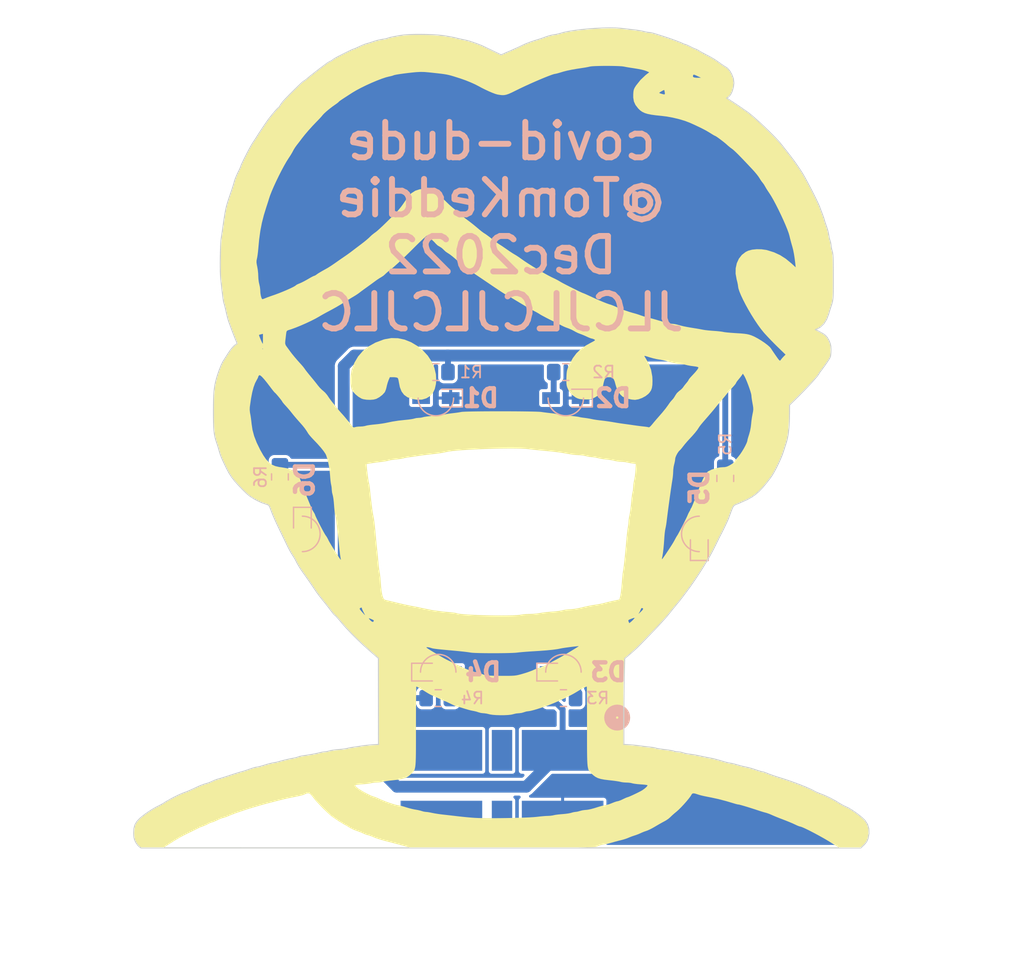
<source format=kicad_pcb>
(kicad_pcb (version 20211014) (generator pcbnew)
  (layers (0 "F.Cu" signal) (31 "B.Cu" signal) (34 "B.Paste" user) (35 "F.Paste" user) (36 "B.SilkS" user "B.Silkscreen") (37 "F.SilkS" user "F.Silkscreen") (38 "B.Mask" user) (39 "F.Mask" user) (44 "Edge.Cuts" user))
  (net 0 "")
  (net 1 "Net-(D1-Pad2)")
  (net 2 "GND")
  (net 3 "+3.3V")
  (net 8 "Net-(D2-Pad2)")
  (net 9 "Net-(D3-Pad2)")
  (net 10 "Net-(D4-Pad2)")
  (net 11 "Net-(D5-Pad2)")
  (net 12 "Net-(D6-Pad2)")
  (footprint "library:silk-invert" (layer "F.Cu") (at 100 100)
    (fp_text reference "G***" hide)
    (fp_text value "LOGO" hide)
  )
  (footprint "library:edge-invert" (layer "F.Cu") (at 100 100)
    (fp_text reference "G***" hide)
    (fp_text value "LOGO" hide)
    (fp_poly (pts (xy 8.372391 -34.530019) (xy 8.807708 -34.504251) (xy 8.966369 -34.486809) (xy 9.206942 -34.456883) (xy 9.507998 -34.42127) (xy 9.817499 -34.386078) (xy 9.928062 -34.373916) (xy 10.208969 -34.338166) (xy 10.483881 -34.29433) (xy 10.709485 -34.249649) (xy 10.785321 -34.230652) (xy 10.985842 -34.182957) (xy 11.168325 -34.1535) (xy 11.237882 -34.1489) (xy 11.378629 -34.131557) (xy 11.576654 -34.086665) (xy 11.738307 -34.039728) (xy 11.987036 -33.960309) (xy 12.268581 -33.871268) (xy 12.445434 -33.815804) (xy 12.757065 -33.715048) (xy 13.084089 -33.603342) (xy 13.401975 -33.489669) (xy 13.686194 -33.38301) (xy 13.912216 -33.292346) (xy 14.055511 -33.22666) (xy 14.057683 -33.22549) (xy 14.194932 -33.162099) (xy 14.296948 -33.13338) (xy 14.301032 -33.133236) (xy 14.384249 -33.108431) (xy 14.536404 -33.043228) (xy 14.726899 -32.950899) (xy 14.75727 -32.935333) (xy 14.946245 -32.840649) (xy 15.096472 -32.770727) (xy 15.179806 -32.738558) (xy 15.185363 -32.737778) (xy 15.253628 -32.710408) (xy 15.388208 -32.638762) (xy 15.554449 -32.541642) (xy 15.772793 -32.415817) (xy 16.03726 -32.272625) (xy 16.291502 -32.142555) (xy 16.297261 -32.139725) (xy 16.55683 -31.998987) (xy 16.843974 -31.822996) (xy 17.099064 -31.648419) (xy 17.112472 -31.638473) (xy 17.315905 -31.491188) (xy 17.506302 -31.361102) (xy 17.650201 -31.270866) (xy 17.678173 -31.255531) (xy 17.889449 -31.110294) (xy 18.07149 -30.898717) (xy 18.233029 -30.621111) (xy 18.377672 -30.249601) (xy 18.422939 -29.885688) (xy 18.383294 -29.537104) (xy 18.277638 -29.165947) (xy 18.13425 -28.879776) (xy 17.963294 -28.694051) (xy 17.820137 -28.589111) (xy 18.003721 -28.46896) (xy 18.423431 -28.19336) (xy 18.750445 -27.976618) (xy 18.983849 -27.819342) (xy 19.120712 -27.723622) (xy 19.257256 -27.62714) (xy 19.42953 -27.509569) (xy 19.488418 -27.47025) (xy 19.705296 -27.31102) (xy 19.982716 -27.083755) (xy 20.30474 -26.803614) (xy 20.65543 -26.485751) (xy 21.018848 -26.145322) (xy 21.379054 -25.797484) (xy 21.720111 -25.457393) (xy 22.02608 -25.140205) (xy 22.281023 -24.861076) (xy 22.466707 -24.638145) (xy 22.625882 -24.432745) (xy 22.807419 -24.200252) (xy 22.924855 -24.050839) (xy 23.26006 -23.619528) (xy 23.547384 -23.233621) (xy 23.814578 -22.854567) (xy 24.089395 -22.443814) (xy 24.163145 -22.330728) (xy 24.282639 -22.134413) (xy 24.436775 -21.862852) (xy 24.61533 -21.535868) (xy 24.80808 -21.173287) (xy 25.004803 -20.794934) (xy 25.195273 -20.420633) (xy 25.369267 -20.070209) (xy 25.516562 -19.763488) (xy 25.626934 -19.520293) (xy 25.680374 -19.388666) (xy 25.763593 -19.164605) (xy 25.859194 -18.912951) (xy 25.904428 -18.796) (xy 25.982019 -18.58552) (xy 26.049177 -18.383635) (xy 26.076961 -18.288) (xy 26.12274 -18.13415) (xy 26.193276 -17.92096) (xy 26.273028 -17.695333) (xy 26.352128 -17.451884) (xy 26.416752 -17.2038) (xy 26.450917 -17.018) (xy 26.488507 -16.798744) (xy 26.543186 -16.585319) (xy 26.564344 -16.522969) (xy 26.618034 -16.335577) (xy 26.644079 -16.156446) (xy 26.644543 -16.136545) (xy 26.661504 -15.984989) (xy 26.705082 -15.781489) (xy 26.743541 -15.643798) (xy 26.771009 -15.543053) (xy 26.792957 -15.428168) (xy 26.809969 -15.285953) (xy 26.822628 -15.103218) (xy 26.83152 -14.866774) (xy 26.837228 -14.563432) (xy 26.840336 -14.18) (xy 26.841429 -13.70329) (xy 26.841406 -13.433778) (xy 26.841192 -12.9251) (xy 26.840219 -12.513922) (xy 26.836976 -12.184857) (xy 26.829957 -11.92252) (xy 26.817652 -11.711522) (xy 26.798553 -11.536478) (xy 26.771151 -11.382001) (xy 26.733937 -11.232704) (xy 26.685404 -11.073202) (xy 26.624041 -10.888107) (xy 26.578531 -10.752666) (xy 26.526916 -10.589481) (xy 26.467298 -10.388943) (xy 26.450286 -10.329333) (xy 26.278214 -9.872716) (xy 26.045286 -9.501914) (xy 25.755912 -9.222949) (xy 25.548592 -9.098025) (xy 25.333718 -8.993741) (xy 25.720813 -8.790781) (xy 25.990689 -8.637728) (xy 26.183059 -8.493001) (xy 26.327145 -8.327464) (xy 26.45217 -8.111982) (xy 26.498821 -8.015111) (xy 26.582767 -7.804818) (xy 26.627606 -7.598303) (xy 26.643403 -7.343969) (xy 26.64399 -7.270897) (xy 26.636784 -7.038667) (xy 26.617285 -6.832314) (xy 26.589556 -6.69336) (xy 26.586673 -6.685255) (xy 26.527227 -6.571506) (xy 26.414347 -6.390368) (xy 26.26323 -6.1642) (xy 26.089072 -5.91536) (xy 25.90707 -5.666207) (xy 25.786447 -5.507842) (xy 25.671179 -5.346246) (xy 25.572451 -5.187151) (xy 25.57158 -5.185573) (xy 25.493975 -5.076433) (xy 25.347936 -4.900705) (xy 25.145393 -4.671266) (xy 24.898272 -4.400994) (xy 24.6185 -4.102765) (xy 24.318006 -3.789457) (xy 24.008717 -3.473948) (xy 23.717037 -3.183341) (xy 23.137193 -2.613127) (xy 23.135092 -1.998008) (xy 23.121987 -1.298831) (xy 23.08694 -0.698401) (xy 23.028635 -0.184466) (xy 22.945758 0.255222) (xy 22.860007 0.564445) (xy 22.773243 0.832388) (xy 22.688271 1.095471) (xy 22.618596 1.311851) (xy 22.595816 1.382889) (xy 22.490585 1.671638) (xy 22.345564 2.01467) (xy 22.174781 2.383462) (xy 21.992263 2.749493) (xy 21.812039 3.084239) (xy 21.648135 3.359178) (xy 21.561095 3.486783) (xy 21.195095 3.966875) (xy 20.865824 4.361384) (xy 20.557089 4.684506) (xy 20.252699 4.950434) (xy 19.936461 5.173366) (xy 19.592182 5.367495) (xy 19.217947 5.54093) (xy 18.975563 5.644611) (xy 18.754978 5.73907) (xy 18.588455 5.810486) (xy 18.531753 5.834871) (xy 18.439595 5.891382) (xy 18.361666 5.987086) (xy 18.282477 6.14629) (xy 18.201118 6.353706) (xy 18.112699 6.592036) (xy 18.029045 6.817041) (xy 17.965809 6.986632) (xy 17.957011 7.010138) (xy 17.902133 7.140078) (xy 17.809688 7.34258) (xy 17.693226 7.589495) (xy 17.566298 7.852674) (xy 17.442454 8.103967) (xy 17.335243 8.315226) (xy 17.269467 8.438445) (xy 17.222215 8.529329) (xy 17.136789 8.699469) (xy 17.024309 8.926512) (xy 16.895897 9.188103) (xy 16.86231 9.256889) (xy 16.713489 9.555098) (xy 16.558462 9.854082) (xy 16.415003 10.120233) (xy 16.300883 10.319939) (xy 16.2952 10.329334) (xy 16.144444 10.577746) (xy 15.978398 10.851899) (xy 15.856932 11.052833) (xy 15.686302 11.326831) (xy 15.472244 11.657783) (xy 15.23603 12.013909) (xy 14.998934 12.363431) (xy 14.782229 12.67457) (xy 14.634537 12.878946) (xy 14.4737 13.095825) (xy 14.288105 13.346196) (xy 14.132436 13.556279) (xy 13.957333 13.786166) (xy 13.762078 14.032823) (xy 13.604699 14.224) (xy 13.452052 14.407378) (xy 13.260557 14.642055) (xy 13.0609 14.890276) (xy 12.962418 15.014222) (xy 12.787854 15.228048) (xy 12.579034 15.470105) (xy 12.327036 15.75011) (xy 12.022936 16.077783) (xy 11.657811 16.462841) (xy 11.222739 16.915001) (xy 11.116035 17.025185) (xy 10.934568 17.212555) (xy 10.718022 17.436394) (xy 10.509788 17.651846) (xy 10.486957 17.675485) (xy 10.287142 17.873182) (xy 10.039362 18.105063) (xy 9.783525 18.3342) (xy 9.661701 18.439041) (xy 9.182671 18.844083) (xy 9.145363 20.160597) (xy 9.136796 20.524971) (xy 9.128914 20.979652) (xy 9.121951 21.502058) (xy 9.116138 22.069608) (xy 9.111708 22.65972) (xy 9.108893 23.249814) (xy 9.107925 23.800378) (xy 9.107795 26.123644) (xy 9.602784 26.157004) (xy 9.894121 26.181137) (xy 10.203163 26.213826) (xy 10.468203 26.248467) (xy 10.493764 26.252385) (xy 10.767356 26.29116) (xy 11.078755 26.329341) (xy 11.31583 26.354261) (xy 11.531566 26.379229) (xy 11.707122 26.408289) (xy 11.808418 26.435659) (xy 11.814432 26.438839) (xy 11.896567 26.462521) (xy 12.066338 26.493814) (xy 12.298853 26.528622) (xy 12.565414 26.562407) (xy 12.839626 26.597838) (xy 13.079709 26.635432) (xy 13.259193 26.670616) (xy 13.350064 26.69796) (xy 13.474413 26.734692) (xy 13.647786 26.753867) (xy 13.688075 26.754667) (xy 13.891051 26.774532) (xy 14.082905 26.823169) (xy 14.103671 26.831284) (xy 14.264235 26.880669) (xy 14.479789 26.925438) (xy 14.625128 26.946375) (xy 14.81373 26.969933) (xy 15.004105 26.999023) (xy 15.222628 27.03844) (xy 15.495673 27.092976) (xy 15.849615 27.167424) (xy 15.896213 27.177375) (xy 16.122876 27.224444) (xy 16.335832 27.266365) (xy 16.461915 27.289342) (xy 16.618332 27.32036) (xy 16.819557 27.369443) (xy 17.083727 27.441421) (xy 17.428982 27.541125) (xy 17.621603 27.598098) (xy 17.833371 27.656673) (xy 18.014668 27.699021) (xy 18.127712 27.716364) (xy 18.130735 27.716417) (xy 18.234538 27.732424) (xy 18.413824 27.774639) (xy 18.636218 27.835175) (xy 18.724721 27.861167) (xy 18.984666 27.934704) (xy 19.242668 28.00037) (xy 19.451419 28.046282) (xy 19.488418 28.052956) (xy 19.674454 28.094472) (xy 19.921682 28.16325) (xy 20.185479 28.246589) (xy 20.266152 28.274276) (xy 20.49415 28.351022) (xy 20.688476 28.410428) (xy 20.819803 28.443791) (xy 20.851589 28.448) (xy 20.96409 28.470033) (xy 21.112652 28.5234) (xy 21.120403 28.526789) (xy 21.407107 28.64277) (xy 21.770133 28.773033) (xy 22.175741 28.90571) (xy 22.345211 28.957658) (xy 22.777623 29.094025) (xy 23.233663 29.249249) (xy 23.692793 29.415373) (xy 24.134472 29.584437) (xy 24.538159 29.748483) (xy 24.883316 29.899552) (xy 25.149402 30.029684) (xy 25.234102 30.077049) (xy 25.407783 30.165878) (xy 25.625893 30.259065) (xy 25.743233 30.302474) (xy 26.155229 30.464931) (xy 26.60123 30.675375) (xy 27.029448 30.9082) (xy 27.27304 31.058957) (xy 27.494446 31.195034) (xy 27.720906 31.318525) (xy 27.904751 31.403501) (xy 27.910475 31.405705) (xy 28.135914 31.513908) (xy 28.414222 31.680533) (xy 28.717125 31.885327) (xy 29.016353 32.108039) (xy 29.283635 32.328415) (xy 29.490699 32.526203) (xy 29.520412 32.559001) (xy 29.732035 32.883105) (xy 29.846248 33.2565) (xy 29.861135 33.66793) (xy 29.780728 34.086456) (xy 29.67265 34.340353) (xy 29.496419 34.56788) (xy 29.431187 34.632923) (xy 29.169959 34.882667) (xy -1.297092 34.880879) (xy -31.764143 34.87909) (xy -31.92199 34.761625) (xy -32.038282 34.643047) (xy -32.162286 34.468871) (xy -32.224921 34.358488) (xy -32.304849 34.176882) (xy -32.350612 33.996231) (xy -32.371189 33.772061) (xy -32.375013 33.615013) (xy -32.352792 33.236941) (xy -32.268148 32.928063) (xy -32.108011 32.655989) (xy -31.892674 32.419769) (xy -31.664848 32.223615) (xy -31.372817 32.003084) (xy -31.051041 31.781594) (xy -30.733977 31.582566) (xy -30.456083 31.429421) (xy -30.387931 31.397022) (xy -30.155273 31.280262) (xy -29.901575 31.135934) (xy -29.755902 31.044081) (xy -29.543448 30.913056) (xy -29.271328 30.760745) (xy -28.968258 30.601616) (xy -28.662952 30.450139) (xy -28.384128 30.320782) (xy -28.1605 30.228014) (xy -28.083629 30.201475) (xy -27.910044 30.139239) (xy -27.690162 30.048712) (xy -27.521381 29.972628) (xy -27.15687 29.802173) (xy -26.873287 29.674136) (xy -26.650493 29.580202) (xy -26.468345 29.512053) (xy -26.306702 29.461375) (xy -26.238168 29.442802) (xy -26.018315 29.373258) (xy -25.805235 29.286423) (xy -25.724133 29.245506) (xy -25.530847 29.156282) (xy -25.307448 29.078741) (xy -25.243942 29.061734) (xy -25.09023 29.019511) (xy -24.858428 28.949706) (xy -24.577492 28.861295) (xy -24.276375 28.763253) (xy -24.212027 28.74186) (xy -23.918483 28.645436) (xy -23.646853 28.559024) (xy -23.423259 28.490742) (xy -23.273823 28.448703) (xy -23.250334 28.443072) (xy -23.105105 28.403034) (xy -22.89322 28.335207) (xy -22.65366 28.252239) (xy -22.581535 28.226034) (xy -22.352491 28.14726) (xy -22.149707 28.087237) (xy -22.006629 28.05553) (xy -21.976011 28.052889) (xy -21.864235 28.035882) (xy -21.677386 27.990313) (xy -21.447375 27.924356) (xy -21.327404 27.886692) (xy -21.066375 27.807699) (xy -20.811623 27.739789) (xy -20.605227 27.693875) (xy -20.546959 27.684292) (xy -20.324879 27.644283) (xy -20.103489 27.589738) (xy -20.054121 27.574696) (xy -19.836467 27.511869) (xy -19.551293 27.440009) (xy -19.242556 27.369363) (xy -18.954214 27.310184) (xy -18.809577 27.284491) (xy -18.634796 27.246671) (xy -18.493157 27.20031) (xy -18.47429 27.191463) (xy -18.358055 27.152046) (xy -18.177593 27.111774) (xy -18.050014 27.090747) (xy -17.511126 27.009164) (xy -17.066573 26.929611) (xy -16.724636 26.853606) (xy -16.654939 26.834998) (xy -16.454057 26.787617) (xy -16.270131 26.758334) (xy -16.202378 26.753845) (xy -16.039618 26.73457) (xy -15.848081 26.688039) (xy -15.811359 26.67623) (xy -15.65327 26.638072) (xy -15.42174 26.600946) (xy -15.156364 26.570738) (xy -15.03603 26.560941) (xy -14.774844 26.53802) (xy -14.53589 26.508925) (xy -14.355727 26.478443) (xy -14.300618 26.464647) (xy -14.138999 26.424903) (xy -13.922605 26.384472) (xy -13.774833 26.362469) (xy -13.529939 26.328449) (xy -13.244951 26.286009) (xy -13.039421 26.25364) (xy -12.78365 26.218096) (xy -12.476573 26.184163) (xy -12.179911 26.158575) (xy -12.148441 26.156418) (xy -11.653452 26.123644) (xy -11.659586 18.824222) (xy -12.342565 18.231556) (xy -12.90099 17.732931) (xy -13.441907 17.223023) (xy -13.946959 16.720168) (xy -14.397793 16.2427) (xy -14.776054 15.808957) (xy -14.814559 15.762111) (xy -14.993013 15.547649) (xy -15.148084 15.369151) (xy -15.265088 15.242954) (xy -15.329338 15.185395) (xy -15.334668 15.183556) (xy -15.387421 15.141062) (xy -15.488245 15.027313) (xy -15.619441 14.862907) (xy -15.686309 14.774334) (xy -15.856781 14.548403) (xy -16.03436 14.319141) (xy -16.185841 14.129301) (xy -16.21181 14.097743) (xy -16.578848 13.642513) (xy -16.862884 13.261604) (xy -16.957761 13.123334) (xy -17.183847 12.786929) (xy -17.429531 12.427513) (xy -17.672199 12.07778) (xy -17.889235 11.770421) (xy -17.997277 11.62059) (xy -18.306284 11.170154) (xy -18.546546 10.762408) (xy -18.64529 10.562951) (xy -18.726082 10.410236) (xy -18.843264 10.216991) (xy -18.93182 10.083174) (xy -19.040491 9.908992) (xy -19.175702 9.667763) (xy -19.317809 9.395494) (xy -19.413373 9.200445) (xy -19.556164 8.901435) (xy -19.725752 8.549224) (xy -19.898931 8.191876) (xy -20.026503 7.930445) (xy -20.338019 7.274614) (xy -20.592166 6.694471) (xy -20.793591 6.180667) (xy -20.868662 5.992663) (xy -20.942456 5.880714) (xy -21.047559 5.813161) (xy -21.216561 5.758344) (xy -21.233002 5.753786) (xy -21.526664 5.650387) (xy -21.864448 5.496897) (xy -22.203384 5.315282) (xy -22.500501 5.127512) (xy -22.596753 5.056585) (xy -22.858818 4.831855) (xy -23.168386 4.53208) (xy -23.508132 4.174735) (xy -23.833677 3.808746) (xy -24.09081 3.481551) (xy -24.317807 3.123973) (xy -24.533033 2.711112) (xy -24.704696 2.353376) (xy -24.834793 2.076079) (xy -24.931951 1.858487) (xy -25.004794 1.679866) (xy -25.061948 1.519481) (xy -25.112039 1.3566) (xy -25.144289 1.241778) (xy -25.218095 0.98839) (xy -25.302078 0.722284) (xy -25.35578 0.564445) (xy -25.43593 0.321032) (xy -25.499127 0.079326) (xy -25.547193 -0.178194) (xy -25.581954 -0.469052) (xy -25.605234 -0.810768) (xy -25.618856 -1.220865) (xy -25.624646 -1.716864) (xy -25.62516 -2.022854) (xy -25.62219 -2.582485) (xy -25.613375 -3.047562) (xy -25.597435 -3.436326) (xy -25.57309 -3.76702) (xy -25.53906 -4.057885) (xy -25.494066 -4.327164) (xy -25.448293 -4.543778) (xy -25.358038 -4.889081) (xy -25.242534 -5.258737) (xy -25.112627 -5.62337) (xy -24.979162 -5.953607) (xy -24.852987 -6.220074) (xy -24.787271 -6.334058) (xy -24.646799 -6.554289) (xy -24.50125 -6.785251) (xy -24.413208 -6.926725) (xy -24.217237 -7.220495) (xy -24.023542 -7.467606) (xy -23.848876 -7.648159) (xy -23.737356 -7.729591) (xy -23.647186 -7.788076) (xy -23.630178 -7.854695) (xy -23.675463 -7.975057) (xy -23.677676 -7.979987) (xy -23.733306 -8.112593) (xy -23.817916 -8.324733) (xy -23.921386 -8.590011) (xy -24.033593 -8.882027) (xy -24.144417 -9.174385) (xy -24.243737 -9.440685) (xy -24.321432 -9.654531) (xy -24.340376 -9.708444) (xy -24.391229 -9.876223) (xy -24.454447 -10.115261) (xy -24.519876 -10.386187) (xy -24.551465 -10.526889) (xy -24.609329 -10.781111) (xy -24.665154 -11.006793) (xy -24.710944 -11.172507) (xy -24.730521 -11.230693) (xy -24.753956 -11.311674) (xy -24.780868 -11.450796) (xy -24.81245 -11.657062) (xy -24.849893 -11.939477) (xy -24.89439 -12.307044) (xy -24.947133 -12.768765) (xy -25.009314 -13.333646) (xy -25.010994 -13.349111) (xy -25.02913 -13.593424) (xy -25.040964 -13.917727) (xy -25.046858 -14.300592) (xy -25.047174 -14.720591) (xy -25.042275 -15.156298) (xy -25.032523 -15.586285) (xy -25.018282 -15.989125) (xy -24.999914 -16.343391) (xy -24.977781 -16.627656) (xy -24.952255 -16.820444) (xy -24.919164 -17.010203) (xy -24.878378 -17.271681) (xy -24.836026 -17.564554) (xy -24.810677 -17.751778) (xy -24.766341 -18.071246) (xy -24.715114 -18.412199) (xy -24.665104 -18.721633) (xy -24.64228 -18.852444) (xy -24.600327 -19.075327) (xy -24.557928 -19.275267) (xy -24.509233 -19.47238) (xy -24.44839 -19.686784) (xy -24.36955 -19.938596) (xy -24.26686 -20.247934) (xy -24.13447 -20.634913) (xy -24.067715 -20.828) (xy -23.984903 -21.07796) (xy -23.907318 -21.330506) (xy -23.85142 -21.532) (xy -23.850381 -21.536169) (xy -23.791646 -21.71949) (xy -23.696818 -21.959556) (xy -23.583197 -22.213583) (xy -23.543291 -22.295668) (xy -23.440405 -22.506631) (xy -23.360166 -22.679471) (xy -23.313847 -22.789477) (xy -23.306905 -22.81388) (xy -23.281373 -22.895139) (xy -23.211426 -23.05585) (xy -23.107038 -23.276478) (xy -22.978182 -23.537486) (xy -22.834834 -23.819337) (xy -22.686965 -24.102496) (xy -22.544551 -24.367425) (xy -22.417565 -24.594588) (xy -22.31598 -24.764449) (xy -22.293314 -24.799279) (xy -22.155418 -25.007014) (xy -22.028077 -25.202031) (xy -21.935619 -25.347013) (xy -21.925291 -25.363723) (xy -21.811761 -25.54345) (xy -21.659455 -25.777251) (xy -21.485883 -26.039041) (xy -21.308552 -26.30273) (xy -21.144971 -26.542231) (xy -21.01265 -26.731454) (xy -20.947163 -26.821131) (xy -20.773883 -27.04378) (xy -20.595026 -27.264271) (xy -20.425833 -27.464887) (xy -20.281545 -27.627915) (xy -20.177404 -27.735636) (xy -20.130277 -27.770666) (xy -20.076185 -27.815614) (xy -20.005485 -27.924863) (xy -19.999989 -27.935295) (xy -19.916054 -28.067168) (xy -19.78674 -28.23882) (xy -19.674881 -28.37274) (xy -19.538746 -28.521477) (xy -19.356897 -28.711443) (xy -19.143724 -28.92854) (xy -18.913621 -29.158671) (xy -18.680976 -29.387738) (xy -18.460183 -29.601645) (xy -18.265631 -29.786293) (xy -18.111712 -29.927587) (xy -18.012817 -30.011428) (xy -17.984652 -30.028444) (xy -17.920037 -30.062879) (xy -17.798616 -30.1528) (xy -17.658945 -30.268333) (xy -17.464552 -30.430137) (xy -17.199842 -30.641562) (xy -16.886151 -30.886041) (xy -16.544813 -31.147008) (xy -16.197164 -31.407895) (xy -16.074387 -31.498743) (xy -15.909509 -31.612881) (xy -15.774279 -31.693296) (xy -15.701306 -31.721778) (xy -15.613431 -31.760271) (xy -15.52907 -31.834047) (xy -15.447898 -31.892903) (xy -15.285605 -31.988444) (xy -15.063669 -32.109775) (xy -14.803569 -32.245999) (xy -14.526782 -32.386221) (xy -14.254788 -32.519546) (xy -14.009066 -32.635076) (xy -13.811092 -32.721918) (xy -13.689978 -32.766993) (xy -13.563785 -32.814695) (xy -13.381888 -32.895258) (xy -13.227199 -32.969752) (xy -13.015636 -33.066962) (xy -12.807246 -33.148911) (xy -12.689782 -33.186043) (xy -12.527923 -33.232357) (xy -12.305717 -33.301913) (xy -12.069442 -33.380195) (xy -12.054377 -33.38535) (xy -11.798988 -33.462872) (xy -11.534054 -33.527351) (xy -11.318965 -33.564536) (xy -11.12489 -33.593041) (xy -10.966619 -33.628184) (xy -10.904707 -33.65017) (xy -10.803705 -33.688789) (xy -10.635874 -33.733004) (xy -10.388729 -33.785557) (xy -10.049783 -33.84919) (xy -9.786637 -33.895655) (xy -9.458473 -33.937057) (xy -9.043429 -33.965502) (xy -8.566993 -33.981203) (xy -8.054654 -33.98437) (xy -7.531901 -33.975216) (xy -7.024221 -33.953953) (xy -6.557102 -33.920792) (xy -6.156034 -33.875946) (xy -6.081292 -33.864861) (xy -5.775498 -33.814328) (xy -5.482561 -33.761116) (xy -5.235222 -33.711467) (xy -5.066221 -33.671622) (xy -5.063029 -33.670735) (xy -4.830766 -33.611808) (xy -4.571651 -33.554616) (xy -4.469043 -33.534652) (xy -4.230173 -33.484211) (xy -3.977291 -33.415362) (xy -3.678006 -33.31858) (xy -3.39421 -33.218543) (xy -3.224659 -33.156271) (xy -3.071905 -33.096671) (xy -2.914007 -33.030018) (xy -2.729024 -32.946589) (xy -2.495015 -32.836659) (xy -2.190037 -32.690504) (xy -2.045695 -32.620896) (xy -1.277365 -32.250014) (xy -0.524013 -32.576273) (xy -0.241243 -32.699935) (xy 0.015974 -32.814627) (xy 0.224018 -32.909659) (xy 0.359271 -32.974342) (xy 0.383377 -32.986917) (xy 0.608723 -33.096695) (xy 0.902214 -33.22079) (xy 1.222981 -33.343301) (xy 1.530158 -33.448328) (xy 1.697104 -33.498032) (xy 1.950261 -33.574417) (xy 2.238606 -33.671746) (xy 2.460801 -33.754046) (xy 2.709497 -33.839434) (xy 2.969272 -33.909571) (xy 3.167928 -33.946827) (xy 3.395296 -33.983818) (xy 3.618279 -34.035073) (xy 3.705345 -34.06118) (xy 4.044802 -34.155685) (xy 4.47681 -34.243452) (xy 4.980893 -34.322825) (xy 5.536578 -34.392147) (xy 6.123388 -34.449762) (xy 6.72085 -34.494013) (xy 7.308487 -34.523244) (xy 7.865826 -34.535798)) (layer "Edge.Cuts") (width 0.1) (fill none))
  )
  (footprint "library:mask" (layer "F.Cu") (at 100 100)
    (fp_text reference "G***" hide)
    (fp_text value "LOGO" hide)
  )
  (footprint "tom-opto:ALIEXPRESS_LED_SIDE_1204" (layer "B.Cu") (at 81.9 108.3)
    (fp_text reference "D6" (at 0.2 -4.6 90) (layer "B.SilkS") (effects (font (size 1.5 1.5) (thickness 0.375)) (justify mirror)))
    (fp_text value "LED")
    (pad "1" smd rect locked (at 0 -1.25) (size 1 1.5) (layers "B.Cu" "B.Paste" "B.Mask") (net 2 "GND"))
    (pad "2" smd rect locked (at 0 1.25) (size 1 1.5) (layers "B.Cu" "B.Paste" "B.Mask") (net 12 "Net-(D6-Pad2)"))
  )
  (footprint "library:mask-flipped" (layer "B.Cu") (at 100 100 180)
    (fp_text reference "G***" hide)
    (fp_text value "LOGO" hide)
  )
  (footprint "tom-opto:ALIEXPRESS_LED_SIDE_1204" (layer "B.Cu") (at 104.2 96.8 -90)
    (fp_text reference "D2" (at 0 -4) (layer "B.SilkS") (effects (font (size 1.5 1.5) (thickness 0.375)) (justify mirror)))
    (fp_text value "LED")
    (pad "1" smd rect locked (at 0 -1.25 270) (size 1 1.5) (layers "B.Cu" "B.Paste" "B.Mask") (net 2 "GND"))
    (pad "2" smd rect locked (at 0 1.25 270) (size 1 1.5) (layers "B.Cu" "B.Paste" "B.Mask") (net 8 "Net-(D2-Pad2)"))
  )
  (footprint "tom-passives:C_0805_2012Metric_Pad1.15x1.40mm_HandSolder" (layer "B.Cu") (at 80 103.475 -90)
    (fp_text reference "R6" (at 0 1.65 90) (layer "B.SilkS") (effects (justify mirror)))
    (fp_text value "680R")
    (pad "1" smd roundrect locked (at -1.025 0 270) (size 1.15 1.4) (layers "B.Cu" "B.Paste" "B.Mask") (roundrect_rratio 0.2173913043) (net 3 "+3.3V"))
    (pad "2" smd roundrect locked (at 1.025 0 270) (size 1.15 1.4) (layers "B.Cu" "B.Paste" "B.Mask") (roundrect_rratio 0.2173913043) (net 12 "Net-(D6-Pad2)"))
  )
  (footprint "tom-opto:ALIEXPRESS_LED_SIDE_1204" (layer "B.Cu") (at 115.5 108.3 180)
    (fp_text reference "D5" (at 0 3.9 90) (layer "B.SilkS") (effects (font (size 1.5 1.5) (thickness 0.375)) (justify mirror)))
    (fp_text value "LED")
    (pad "1" smd rect locked (at 0 -1.25 180) (size 1 1.5) (layers "B.Cu" "B.Paste" "B.Mask") (net 2 "GND"))
    (pad "2" smd rect locked (at 0 1.25 180) (size 1 1.5) (layers "B.Cu" "B.Paste" "B.Mask") (net 11 "Net-(D5-Pad2)"))
  )
  (footprint "tom-connectors:Badgelife-SAOv169-SAO-2x3-SMD-BIGPADS" (layer "B.Cu") (at 98.8 129.6 180)
    (fp_text reference "X1" hide)
    (fp_text value "Badgelife_sao_connector_v169bis")
    (pad "1" smd rect locked (at -5.1308 2.9772 270) (size 3.4544 6.9088) (layers "B.Cu" "B.Paste" "B.Mask") (net 3 "+3.3V"))
    (pad "2" smd rect locked (at -5.1308 -3.0172 270) (size 3.4544 6.9088) (layers "B.Cu" "B.Paste" "B.Mask") (net 2 "GND"))
    (pad "3" smd rect locked (at 0 2.9772 270) (size 3.4544 1.7272) (layers "B.Cu" "B.Paste" "B.Mask"))
    (pad "4" smd rect locked (at 0 -3.0172 270) (size 3.4544 1.7272) (layers "B.Cu" "B.Paste" "B.Mask"))
    (pad "5" smd rect locked (at 5.1308 2.9772 270) (size 3.4544 6.9088) (layers "B.Cu" "B.Paste" "B.Mask"))
    (pad "6" smd rect locked (at 5.1308 -3.0172 270) (size 3.4544 6.9088) (layers "B.Cu" "B.Paste" "B.Mask"))
  )
  (footprint "tom-passives:C_0805_2012Metric_Pad1.15x1.40mm_HandSolder" (layer "B.Cu") (at 104 122.2)
    (fp_text reference "R3" (at 2.9 0) (layer "B.SilkS") (effects (justify mirror)))
    (fp_text value "680R")
    (pad "1" smd roundrect locked (at -1.025 0) (size 1.15 1.4) (layers "B.Cu" "B.Paste" "B.Mask") (roundrect_rratio 0.2173913043) (net 3 "+3.3V"))
    (pad "2" smd roundrect locked (at 1.025 0) (size 1.15 1.4) (layers "B.Cu" "B.Paste" "B.Mask") (roundrect_rratio 0.2173913043) (net 9 "Net-(D3-Pad2)"))
  )
  (footprint "tom-opto:ALIEXPRESS_LED_SIDE_1204" (layer "B.Cu") (at 93.4 120 90)
    (fp_text reference "D4" (at 0 3.8) (layer "B.SilkS") (effects (font (size 1.5 1.5) (thickness 0.375)) (justify mirror)))
    (fp_text value "LED")
    (pad "1" smd rect locked (at 0 -1.25 90) (size 1 1.5) (layers "B.Cu" "B.Paste" "B.Mask") (net 2 "GND"))
    (pad "2" smd rect locked (at 0 1.25 90) (size 1 1.5) (layers "B.Cu" "B.Paste" "B.Mask") (net 10 "Net-(D4-Pad2)"))
  )
  (footprint "tom-opto:ALIEXPRESS_LED_SIDE_1204" (layer "B.Cu") (at 93.2 96.8 -90)
    (fp_text reference "D1" (at 0 -3.8) (layer "B.SilkS") (effects (font (size 1.5 1.5) (thickness 0.375)) (justify mirror)))
    (fp_text value "LED")
    (pad "1" smd rect locked (at 0 -1.25 270) (size 1 1.5) (layers "B.Cu" "B.Paste" "B.Mask") (net 2 "GND"))
    (pad "2" smd rect locked (at 0 1.25 270) (size 1 1.5) (layers "B.Cu" "B.Paste" "B.Mask") (net 1 "Net-(D1-Pad2)"))
  )
  (footprint "tom-passives:C_0805_2012Metric_Pad1.15x1.40mm_HandSolder" (layer "B.Cu") (at 93.2 94.6 180)
    (fp_text reference "R1" (at -3 0) (layer "B.SilkS") (effects (justify mirror)))
    (fp_text value "680R")
    (pad "1" smd roundrect locked (at -1.025 0 180) (size 1.15 1.4) (layers "B.Cu" "B.Paste" "B.Mask") (roundrect_rratio 0.2173913043) (net 3 "+3.3V"))
    (pad "2" smd roundrect locked (at 1.025 0 180) (size 1.15 1.4) (layers "B.Cu" "B.Paste" "B.Mask") (roundrect_rratio 0.2173913043) (net 1 "Net-(D1-Pad2)"))
  )
  (footprint "tom-passives:C_0805_2012Metric_Pad1.15x1.40mm_HandSolder" (layer "B.Cu") (at 117.7 103.6 -90)
    (fp_text reference "R5" (at -2.9 0 90) (layer "B.SilkS") (effects (justify mirror)))
    (fp_text value "680R")
    (pad "1" smd roundrect locked (at -1.025 0 270) (size 1.15 1.4) (layers "B.Cu" "B.Paste" "B.Mask") (roundrect_rratio 0.2173913043) (net 3 "+3.3V"))
    (pad "2" smd roundrect locked (at 1.025 0 270) (size 1.15 1.4) (layers "B.Cu" "B.Paste" "B.Mask") (roundrect_rratio 0.2173913043) (net 11 "Net-(D5-Pad2)"))
  )
  (footprint "tom-passives:C_0805_2012Metric_Pad1.15x1.40mm_HandSolder" (layer "B.Cu") (at 93.4 122.2)
    (fp_text reference "R4" (at 2.9 0) (layer "B.SilkS") (effects (justify mirror)))
    (fp_text value "680R")
    (pad "1" smd roundrect locked (at -1.025 0) (size 1.15 1.4) (layers "B.Cu" "B.Paste" "B.Mask") (roundrect_rratio 0.2173913043) (net 3 "+3.3V"))
    (pad "2" smd roundrect locked (at 1.025 0) (size 1.15 1.4) (layers "B.Cu" "B.Paste" "B.Mask") (roundrect_rratio 0.2173913043) (net 10 "Net-(D4-Pad2)"))
  )
  (footprint "tom-passives:C_0805_2012Metric_Pad1.15x1.40mm_HandSolder" (layer "B.Cu") (at 104.2 94.6 180)
    (fp_text reference "R2" (at -3.2 0) (layer "B.SilkS") (effects (justify mirror)))
    (fp_text value "680R")
    (pad "1" smd roundrect locked (at -1.025 0 180) (size 1.15 1.4) (layers "B.Cu" "B.Paste" "B.Mask") (roundrect_rratio 0.2173913043) (net 3 "+3.3V"))
    (pad "2" smd roundrect locked (at 1.025 0 180) (size 1.15 1.4) (layers "B.Cu" "B.Paste" "B.Mask") (roundrect_rratio 0.2173913043) (net 8 "Net-(D2-Pad2)"))
  )
  (footprint "tom-opto:ALIEXPRESS_LED_SIDE_1204" (layer "B.Cu") (at 104 120 90)
    (fp_text reference "D3" (at 0 3.8) (layer "B.SilkS") (effects (font (size 1.5 1.5) (thickness 0.375)) (justify mirror)))
    (fp_text value "LED")
    (pad "1" smd rect locked (at 0 -1.25 90) (size 1 1.5) (layers "B.Cu" "B.Paste" "B.Mask") (net 2 "GND"))
    (pad "2" smd rect locked (at 0 1.25 90) (size 1 1.5) (layers "B.Cu" "B.Paste" "B.Mask") (net 9 "Net-(D3-Pad2)"))
  )
  (gr_text "covid-dude\n@TomKeddie\nDec2022\nJLCJLCJLCJLC" (at 98.7 82.3) (layer "B.SilkS") (effects (font (size 3 3) (thickness 0.5)) (justify mirror)))
  (segment (start 91.95 94.825) (end 92.175 94.6) (width 0.5) (layer "B.Cu") (net 1))
  (segment (start 91.95 96.8) (end 91.95 94.825) (width 0.5) (layer "B.Cu") (net 1))
  (segment (start 80 102.45) (end 85.35 102.45) (width 0.5) (layer "B.Cu") (net 3))
  (segment (start 89.9 129.7) (end 89.1 128.9) (width 1) (layer "B.Cu") (net 3))
  (segment (start 105.25 94.575) (end 105.25 93.45) (width 0.5) (layer "B.Cu") (net 3))
  (segment (start 89.1 128.9) (end 89.1 122.3) (width 1) (layer "B.Cu") (net 3))
  (segment (start 86.3 93.2) (end 94.2 93.2) (width 1) (layer "B.Cu") (net 3))
  (segment (start 116.45 93.45) (end 117.7 94.7) (width 0.5) (layer "B.Cu") (net 3))
  (segment (start 103.9308 123.1558) (end 102.975 122.2) (width 0.5) (layer "B.Cu") (net 3))
  (segment (start 89.1 122.3) (end 89.1 118.5) (width 1) (layer "B.Cu") (net 3))
  (segment (start 89.2 122.2) (end 89.1 122.3) (width 0.5) (layer "B.Cu") (net 3))
  (segment (start 100.8536 129.7) (end 89.9 129.7) (width 1) (layer "B.Cu") (net 3))
  (segment (start 105.25 93.45) (end 116.45 93.45) (width 0.5) (layer "B.Cu") (net 3))
  (segment (start 105.225 94.6) (end 105.25 94.575) (width 0.5) (layer "B.Cu") (net 3))
  (segment (start 85.4 102.4) (end 85.4 94.1) (width 1) (layer "B.Cu") (net 3))
  (segment (start 89.1 118.5) (end 85.4 114.8) (width 1) (layer "B.Cu") (net 3))
  (segment (start 116.2 93.2) (end 117.7 94.7) (width 1) (layer "B.Cu") (net 3))
  (segment (start 94.225 93.225) (end 94.2 93.2) (width 0.5) (layer "B.Cu") (net 3))
  (segment (start 94.2 93.2) (end 116.2 93.2) (width 1) (layer "B.Cu") (net 3))
  (segment (start 94.225 94.6) (end 94.225 93.225) (width 0.5) (layer "B.Cu") (net 3))
  (segment (start 85.35 102.45) (end 85.4 102.4) (width 0.5) (layer "B.Cu") (net 3))
  (segment (start 85.4 94.1) (end 86.3 93.2) (width 1) (layer "B.Cu") (net 3))
  (segment (start 94.45 93.45) (end 105.25 93.45) (width 0.5) (layer "B.Cu") (net 3))
  (segment (start 85.4 114.8) (end 85.4 102.4) (width 1) (layer "B.Cu") (net 3))
  (segment (start 117.7 94.7) (end 117.7 102.575) (width 0.5) (layer "B.Cu") (net 3))
  (segment (start 103.9308 126.6228) (end 103.9308 123.1558) (width 0.5) (layer "B.Cu") (net 3))
  (segment (start 103.9308 126.6228) (end 100.8536 129.7) (width 1) (layer "B.Cu") (net 3))
  (segment (start 92.375 122.2) (end 89.2 122.2) (width 0.5) (layer "B.Cu") (net 3))
  (segment (start 103.175 94.6) (end 103.175 96.575) (width 0.5) (layer "B.Cu") (net 8))
  (segment (start 103.175 96.575) (end 102.95 96.8) (width 0.5) (layer "B.Cu") (net 8))
  (segment (start 105.25 121.975) (end 105.025 122.2) (width 0.5) (layer "B.Cu") (net 9))
  (segment (start 105.25 120) (end 105.25 121.975) (width 0.5) (layer "B.Cu") (net 9))
  (segment (start 94.65 121.975) (end 94.425 122.2) (width 0.5) (layer "B.Cu") (net 10))
  (segment (start 94.65 120) (end 94.65 121.975) (width 0.5) (layer "B.Cu") (net 10))
  (segment (start 115.5 107.05) (end 115.5 106.825) (width 0.5) (layer "B.Cu") (net 11))
  (segment (start 115.5 106.825) (end 117.7 104.625) (width 0.5) (layer "B.Cu") (net 11))
  (segment (start 80 106.6) (end 80.8 107.4) (width 0.5) (layer "B.Cu") (net 12))
  (segment (start 80 104.5) (end 80 106.6) (width 0.5) (layer "B.Cu") (net 12))
  (segment (start 80.8 108.45) (end 81.9 109.55) (width 0.5) (layer "B.Cu") (net 12))
  (segment (start 80.8 107.4) (end 80.8 108.45) (width 0.5) (layer "B.Cu") (net 12))
  (zone (net 0) (net_name "") (layer "B.Cu") (connect_pads (clearance 0)) (min_thickness 0.254)
    (keepout (tracks not_allowed) (vias not_allowed) (pads not_allowed) (copperpour not_allowed) (footprints not_allowed))
    (fill (thermal_gap 0.508) (thermal_bridge_width 0.508))
    (polygon (pts (xy 110.2 115.4) (xy 87.2 115.4) (xy 87.2 100.8) (xy 110.2 100.8)))
  )
  (zone (net 2) (net_name "GND") (layer "B.Cu") (connect_pads (clearance 0.254)) (min_thickness 0.254) (fill yes (thermal_gap 0.254) (thermal_bridge_width 0.254))
    (polygon (pts (xy 143 137.1) (xy 56.3 137.1) (xy 56.3 63.1) (xy 143 63.1)))
  )
)
</source>
